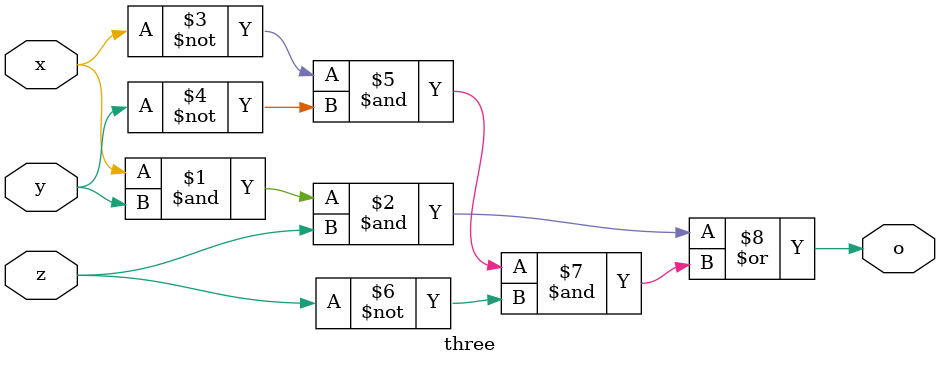
<source format=v>
module three(
    input x,y,z,
    
    output o
    );
 

assign o = (x & y & z ) | (~x & ~y & ~z ) ;
 
endmodule
</source>
